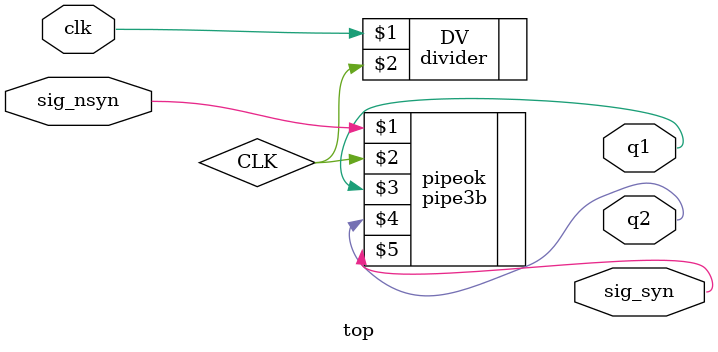
<source format=v>
`timescale 1ns / 1ps


module top(sig_nsyn,clk,q1,q2,sig_syn);
    input sig_nsyn;
    input clk;
    output q1;
    output q2;
    output sig_syn;
    wire CLK;
    divider DV(clk,CLK);
    pipe3b pipeok(sig_nsyn,CLK,q1,q2,sig_syn);
    
    
endmodule

</source>
